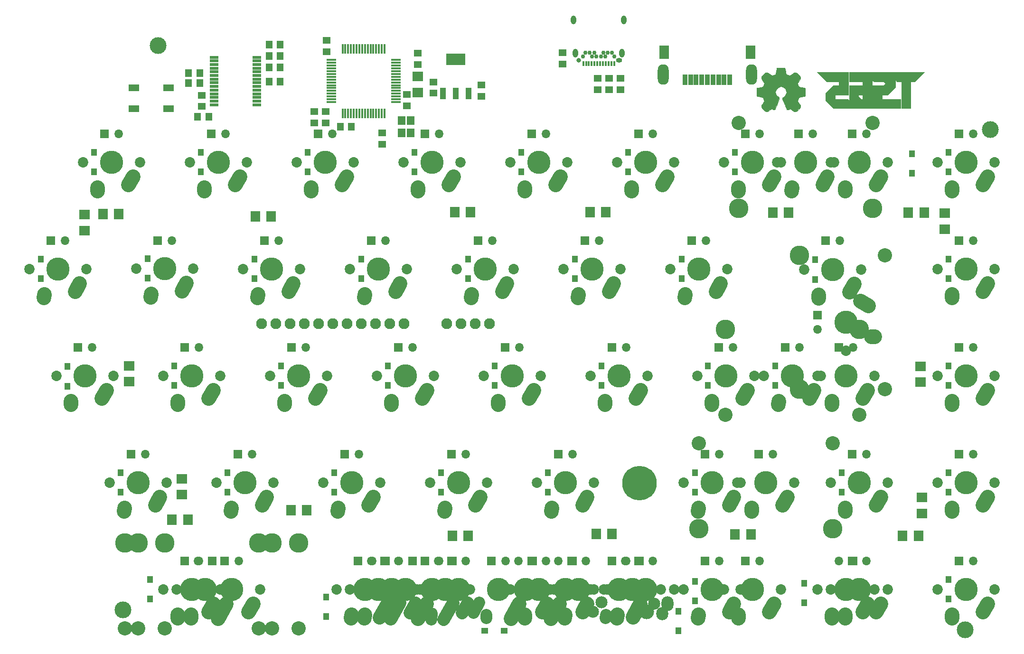
<source format=gbr>
G04 #@! TF.FileFunction,Soldermask,Bot*
%FSLAX46Y46*%
G04 Gerber Fmt 4.6, Leading zero omitted, Abs format (unit mm)*
G04 Created by KiCad (PCBNEW 4.0.1-stable) date 2/1/2016 10:06:34 PM*
%MOMM*%
G01*
G04 APERTURE LIST*
%ADD10C,0.150000*%
%ADD11C,0.002540*%
%ADD12C,0.010000*%
%ADD13C,4.140210*%
%ADD14C,1.854210*%
%ADD15C,2.652400*%
%ADD16C,2.152400*%
%ADD17C,2.540000*%
%ADD18C,3.479800*%
%ADD19O,1.552400X1.552400*%
%ADD20R,1.552400X1.552400*%
%ADD21C,2.252400*%
%ADD22C,2.352400*%
%ADD23O,2.152400X2.652400*%
%ADD24O,2.152400X2.352400*%
%ADD25R,1.152400X1.402400*%
%ADD26R,1.402400X1.152400*%
%ADD27R,1.003300X1.153160*%
%ADD28R,1.952400X1.252400*%
%ADD29R,1.582400X0.552400*%
%ADD30R,1.102400X2.052400*%
%ADD31R,3.402400X2.052400*%
%ADD32R,0.452400X1.652400*%
%ADD33R,1.652400X0.452400*%
%ADD34R,1.352400X1.552400*%
%ADD35R,1.153160X1.003300*%
%ADD36R,1.953260X1.750060*%
%ADD37C,1.952400*%
%ADD38R,1.750060X1.953260*%
%ADD39C,6.152400*%
%ADD40C,3.000000*%
%ADD41O,1.952400X3.652400*%
%ADD42R,0.852400X1.952400*%
%ADD43R,1.792400X2.352400*%
%ADD44O,0.952400X1.552400*%
%ADD45C,0.802400*%
%ADD46O,1.102400X0.802400*%
%ADD47C,0.752400*%
%ADD48R,0.452400X0.852400*%
%ADD49C,2.152400*%
%ADD50C,2.652400*%
%ADD51C,2.452400*%
G04 APERTURE END LIST*
D10*
D11*
G36*
X145669300Y-32492760D02*
X145669300Y-32629920D01*
X145669300Y-32741680D01*
X145671840Y-32830580D01*
X145671840Y-32901700D01*
X145674380Y-32955040D01*
X145676920Y-32993140D01*
X145679460Y-33021080D01*
X145684540Y-33036320D01*
X145689620Y-33041400D01*
X145707400Y-33049020D01*
X145750580Y-33059180D01*
X145814080Y-33074420D01*
X145895360Y-33089660D01*
X145991880Y-33109980D01*
X146101100Y-33130300D01*
X146215400Y-33153160D01*
X146342400Y-33176020D01*
X146456700Y-33198880D01*
X146555760Y-33219200D01*
X146637040Y-33236980D01*
X146698000Y-33249680D01*
X146733560Y-33259840D01*
X146743720Y-33264920D01*
X146753880Y-33282700D01*
X146774200Y-33320800D01*
X146799600Y-33379220D01*
X146830080Y-33447800D01*
X146863100Y-33524000D01*
X146896120Y-33607820D01*
X146929140Y-33689100D01*
X146959620Y-33765300D01*
X146985020Y-33833880D01*
X147005340Y-33889760D01*
X147018040Y-33927860D01*
X147020580Y-33943100D01*
X147012960Y-33955800D01*
X146990100Y-33991360D01*
X146954540Y-34044700D01*
X146908820Y-34110740D01*
X146855480Y-34189480D01*
X146797060Y-34275840D01*
X146758960Y-34329180D01*
X146502420Y-34705100D01*
X146502420Y-34872740D01*
X146502420Y-35040380D01*
X146893580Y-35431540D01*
X147284740Y-35822700D01*
X147449840Y-35822700D01*
X147612400Y-35822700D01*
X147983240Y-35568700D01*
X148351540Y-35314700D01*
X148470920Y-35378200D01*
X148587760Y-35444240D01*
X148760480Y-35439160D01*
X148933200Y-35434080D01*
X149311660Y-34524760D01*
X149690120Y-33615440D01*
X149690120Y-33470660D01*
X149690120Y-33407160D01*
X149687580Y-33353820D01*
X149685040Y-33318260D01*
X149682500Y-33305560D01*
X149667260Y-33287780D01*
X149634240Y-33259840D01*
X149588520Y-33224280D01*
X149545340Y-33193800D01*
X149428500Y-33107440D01*
X149331980Y-33026160D01*
X149253240Y-32944880D01*
X149187200Y-32858520D01*
X149128780Y-32759460D01*
X149090680Y-32685800D01*
X149032260Y-32553720D01*
X148999240Y-32434340D01*
X148991620Y-32325120D01*
X148996700Y-32256540D01*
X149042420Y-32091440D01*
X149113540Y-31936500D01*
X149204980Y-31791720D01*
X149321820Y-31659640D01*
X149456440Y-31545340D01*
X149606300Y-31451360D01*
X149626620Y-31441200D01*
X149733300Y-31392940D01*
X149837440Y-31359920D01*
X149936500Y-31339600D01*
X149994920Y-31334520D01*
X150101600Y-31347220D01*
X150220980Y-31380240D01*
X150345440Y-31433580D01*
X150467360Y-31504700D01*
X150581660Y-31588520D01*
X150685800Y-31682500D01*
X150751840Y-31753620D01*
X150812800Y-31842520D01*
X150873760Y-31949200D01*
X150924560Y-32063500D01*
X150965200Y-32172720D01*
X150975360Y-32208280D01*
X150988060Y-32281940D01*
X150993140Y-32350520D01*
X150988060Y-32416560D01*
X150967740Y-32492760D01*
X150937260Y-32586740D01*
X150929640Y-32607060D01*
X150855980Y-32762000D01*
X150759460Y-32904240D01*
X150637540Y-33036320D01*
X150492760Y-33155700D01*
X150393700Y-33224280D01*
X150353060Y-33252220D01*
X150320040Y-33275080D01*
X150304800Y-33287780D01*
X150302260Y-33308100D01*
X150297180Y-33351280D01*
X150297180Y-33407160D01*
X150294640Y-33460500D01*
X150294640Y-33615440D01*
X150662940Y-34499360D01*
X150723900Y-34651760D01*
X150782320Y-34794000D01*
X150838200Y-34928620D01*
X150889000Y-35050540D01*
X150934720Y-35157220D01*
X150972820Y-35248660D01*
X151003300Y-35324860D01*
X151026160Y-35378200D01*
X151041400Y-35408680D01*
X151043940Y-35413760D01*
X151051560Y-35426460D01*
X151066800Y-35434080D01*
X151092200Y-35439160D01*
X151132840Y-35441700D01*
X151193800Y-35441700D01*
X151224280Y-35441700D01*
X151391920Y-35441700D01*
X151511300Y-35378200D01*
X151630680Y-35314700D01*
X151861820Y-35474720D01*
X151945640Y-35530600D01*
X152032000Y-35591560D01*
X152115820Y-35647440D01*
X152186940Y-35695700D01*
X152232660Y-35728720D01*
X152372360Y-35822700D01*
X152537460Y-35822700D01*
X152700020Y-35822700D01*
X153093720Y-35431540D01*
X153484880Y-35040380D01*
X153484880Y-34875280D01*
X153484880Y-34804160D01*
X153482340Y-34755900D01*
X153477260Y-34720340D01*
X153469640Y-34694940D01*
X153454400Y-34669540D01*
X153436620Y-34644140D01*
X153416300Y-34613660D01*
X153383280Y-34562860D01*
X153337560Y-34496820D01*
X153286760Y-34420620D01*
X153228340Y-34336800D01*
X153177540Y-34260600D01*
X153119120Y-34176780D01*
X153068320Y-34100580D01*
X153025140Y-34034540D01*
X152992120Y-33981200D01*
X152969260Y-33945640D01*
X152961640Y-33930400D01*
X152966720Y-33912620D01*
X152981960Y-33871980D01*
X153002280Y-33813560D01*
X153032760Y-33739900D01*
X153065780Y-33656080D01*
X153091180Y-33590040D01*
X153134360Y-33480820D01*
X153169920Y-33397000D01*
X153197860Y-33333500D01*
X153220720Y-33290320D01*
X153235960Y-33264920D01*
X153248660Y-33254760D01*
X153271520Y-33249680D01*
X153314700Y-33239520D01*
X153380740Y-33226820D01*
X153464560Y-33209040D01*
X153563620Y-33191260D01*
X153672840Y-33168400D01*
X153779520Y-33150620D01*
X153893820Y-33127760D01*
X154003040Y-33107440D01*
X154097020Y-33087120D01*
X154178300Y-33071880D01*
X154241800Y-33056640D01*
X154282440Y-33046480D01*
X154297680Y-33041400D01*
X154302760Y-33033780D01*
X154305300Y-33016000D01*
X154307840Y-32985520D01*
X154310380Y-32942340D01*
X154312920Y-32883920D01*
X154315460Y-32805180D01*
X154315460Y-32708660D01*
X154315460Y-32589280D01*
X154318000Y-32441960D01*
X154318000Y-32330200D01*
X154318000Y-31634240D01*
X154284980Y-31616460D01*
X154264660Y-31608840D01*
X154218940Y-31596140D01*
X154152900Y-31583440D01*
X154069080Y-31565660D01*
X153970020Y-31545340D01*
X153858260Y-31525020D01*
X153741420Y-31502160D01*
X153738880Y-31502160D01*
X153622040Y-31479300D01*
X153512820Y-31458980D01*
X153413760Y-31438660D01*
X153332480Y-31420880D01*
X153268980Y-31408180D01*
X153225800Y-31395480D01*
X153205480Y-31390400D01*
X153205480Y-31390400D01*
X153195320Y-31372620D01*
X153177540Y-31334520D01*
X153152140Y-31278640D01*
X153119120Y-31210060D01*
X153086100Y-31133860D01*
X153053080Y-31055120D01*
X153017520Y-30978920D01*
X152987040Y-30907800D01*
X152961640Y-30844300D01*
X152943860Y-30798580D01*
X152933700Y-30770640D01*
X152933700Y-30768100D01*
X152941320Y-30752860D01*
X152964180Y-30717300D01*
X152997200Y-30663960D01*
X153042920Y-30595380D01*
X153096260Y-30516640D01*
X153157220Y-30427740D01*
X153208020Y-30351540D01*
X153484880Y-29950220D01*
X153484880Y-29787660D01*
X153484880Y-29625100D01*
X153093720Y-29231400D01*
X152702560Y-28840240D01*
X152534920Y-28840240D01*
X152367280Y-28840240D01*
X152011680Y-29084080D01*
X151920240Y-29145040D01*
X151833880Y-29206000D01*
X151755140Y-29259340D01*
X151689100Y-29305060D01*
X151638300Y-29340620D01*
X151605280Y-29363480D01*
X151600200Y-29366020D01*
X151541780Y-29406660D01*
X151275080Y-29297440D01*
X151170940Y-29256800D01*
X151092200Y-29223780D01*
X151031240Y-29198380D01*
X150988060Y-29178060D01*
X150960120Y-29162820D01*
X150942340Y-29150120D01*
X150929640Y-29139960D01*
X150924560Y-29127260D01*
X150924560Y-29124720D01*
X150919480Y-29104400D01*
X150909320Y-29058680D01*
X150896620Y-28995180D01*
X150881380Y-28911360D01*
X150861060Y-28812300D01*
X150840740Y-28703080D01*
X150820420Y-28583700D01*
X150817880Y-28571000D01*
X150795020Y-28454160D01*
X150772160Y-28342400D01*
X150754380Y-28243340D01*
X150736600Y-28159520D01*
X150721360Y-28093480D01*
X150711200Y-28047760D01*
X150703580Y-28027440D01*
X150703580Y-28027440D01*
X150695960Y-28022360D01*
X150678180Y-28019820D01*
X150652780Y-28014740D01*
X150612140Y-28012200D01*
X150556260Y-28012200D01*
X150482600Y-28009660D01*
X150391160Y-28009660D01*
X150276860Y-28007120D01*
X150137160Y-28007120D01*
X149994920Y-28007120D01*
X149857760Y-28007120D01*
X149728220Y-28009660D01*
X149611380Y-28009660D01*
X149507240Y-28012200D01*
X149418340Y-28012200D01*
X149352300Y-28014740D01*
X149306580Y-28017280D01*
X149283720Y-28019820D01*
X149283720Y-28019820D01*
X149276100Y-28037600D01*
X149265940Y-28078240D01*
X149250700Y-28146820D01*
X149230380Y-28233180D01*
X149210060Y-28342400D01*
X149184660Y-28469400D01*
X149166880Y-28565920D01*
X149144020Y-28685300D01*
X149123700Y-28799600D01*
X149103380Y-28901200D01*
X149088140Y-28987560D01*
X149072900Y-29056140D01*
X149062740Y-29104400D01*
X149057660Y-29129800D01*
X149057660Y-29129800D01*
X149044960Y-29145040D01*
X149014480Y-29162820D01*
X148968760Y-29185680D01*
X148900180Y-29216160D01*
X148811280Y-29256800D01*
X148745240Y-29282200D01*
X148648720Y-29322840D01*
X148575060Y-29350780D01*
X148521720Y-29373640D01*
X148481080Y-29386340D01*
X148455680Y-29391420D01*
X148435360Y-29393960D01*
X148422660Y-29388880D01*
X148409960Y-29383800D01*
X148407420Y-29381260D01*
X148387100Y-29368560D01*
X148346460Y-29340620D01*
X148290580Y-29299980D01*
X148216920Y-29251720D01*
X148135640Y-29195840D01*
X148044200Y-29134880D01*
X147993400Y-29099320D01*
X147617480Y-28840240D01*
X147449840Y-28840240D01*
X147284740Y-28840240D01*
X146893580Y-29231400D01*
X146502420Y-29622560D01*
X146502420Y-29790200D01*
X146502420Y-29957840D01*
X146779280Y-30359160D01*
X147056140Y-30760480D01*
X146924060Y-31072900D01*
X146883420Y-31161800D01*
X146847860Y-31243080D01*
X146814840Y-31309120D01*
X146789440Y-31359920D01*
X146771660Y-31390400D01*
X146766580Y-31395480D01*
X146746260Y-31400560D01*
X146703080Y-31410720D01*
X146639580Y-31425960D01*
X146555760Y-31441200D01*
X146456700Y-31461520D01*
X146347480Y-31481840D01*
X146230640Y-31504700D01*
X146217940Y-31507240D01*
X146080780Y-31532640D01*
X145961400Y-31555500D01*
X145862340Y-31575820D01*
X145781060Y-31593600D01*
X145722640Y-31608840D01*
X145689620Y-31619000D01*
X145682000Y-31624080D01*
X145679460Y-31639320D01*
X145676920Y-31682500D01*
X145674380Y-31748540D01*
X145671840Y-31834900D01*
X145671840Y-31936500D01*
X145669300Y-32050800D01*
X145669300Y-32177800D01*
X145669300Y-32314960D01*
X145669300Y-32332740D01*
X145669300Y-32492760D01*
X145669300Y-32492760D01*
X145669300Y-32492760D01*
G37*
X145669300Y-32492760D02*
X145669300Y-32629920D01*
X145669300Y-32741680D01*
X145671840Y-32830580D01*
X145671840Y-32901700D01*
X145674380Y-32955040D01*
X145676920Y-32993140D01*
X145679460Y-33021080D01*
X145684540Y-33036320D01*
X145689620Y-33041400D01*
X145707400Y-33049020D01*
X145750580Y-33059180D01*
X145814080Y-33074420D01*
X145895360Y-33089660D01*
X145991880Y-33109980D01*
X146101100Y-33130300D01*
X146215400Y-33153160D01*
X146342400Y-33176020D01*
X146456700Y-33198880D01*
X146555760Y-33219200D01*
X146637040Y-33236980D01*
X146698000Y-33249680D01*
X146733560Y-33259840D01*
X146743720Y-33264920D01*
X146753880Y-33282700D01*
X146774200Y-33320800D01*
X146799600Y-33379220D01*
X146830080Y-33447800D01*
X146863100Y-33524000D01*
X146896120Y-33607820D01*
X146929140Y-33689100D01*
X146959620Y-33765300D01*
X146985020Y-33833880D01*
X147005340Y-33889760D01*
X147018040Y-33927860D01*
X147020580Y-33943100D01*
X147012960Y-33955800D01*
X146990100Y-33991360D01*
X146954540Y-34044700D01*
X146908820Y-34110740D01*
X146855480Y-34189480D01*
X146797060Y-34275840D01*
X146758960Y-34329180D01*
X146502420Y-34705100D01*
X146502420Y-34872740D01*
X146502420Y-35040380D01*
X146893580Y-35431540D01*
X147284740Y-35822700D01*
X147449840Y-35822700D01*
X147612400Y-35822700D01*
X147983240Y-35568700D01*
X148351540Y-35314700D01*
X148470920Y-35378200D01*
X148587760Y-35444240D01*
X148760480Y-35439160D01*
X148933200Y-35434080D01*
X149311660Y-34524760D01*
X149690120Y-33615440D01*
X149690120Y-33470660D01*
X149690120Y-33407160D01*
X149687580Y-33353820D01*
X149685040Y-33318260D01*
X149682500Y-33305560D01*
X149667260Y-33287780D01*
X149634240Y-33259840D01*
X149588520Y-33224280D01*
X149545340Y-33193800D01*
X149428500Y-33107440D01*
X149331980Y-33026160D01*
X149253240Y-32944880D01*
X149187200Y-32858520D01*
X149128780Y-32759460D01*
X149090680Y-32685800D01*
X149032260Y-32553720D01*
X148999240Y-32434340D01*
X148991620Y-32325120D01*
X148996700Y-32256540D01*
X149042420Y-32091440D01*
X149113540Y-31936500D01*
X149204980Y-31791720D01*
X149321820Y-31659640D01*
X149456440Y-31545340D01*
X149606300Y-31451360D01*
X149626620Y-31441200D01*
X149733300Y-31392940D01*
X149837440Y-31359920D01*
X149936500Y-31339600D01*
X149994920Y-31334520D01*
X150101600Y-31347220D01*
X150220980Y-31380240D01*
X150345440Y-31433580D01*
X150467360Y-31504700D01*
X150581660Y-31588520D01*
X150685800Y-31682500D01*
X150751840Y-31753620D01*
X150812800Y-31842520D01*
X150873760Y-31949200D01*
X150924560Y-32063500D01*
X150965200Y-32172720D01*
X150975360Y-32208280D01*
X150988060Y-32281940D01*
X150993140Y-32350520D01*
X150988060Y-32416560D01*
X150967740Y-32492760D01*
X150937260Y-32586740D01*
X150929640Y-32607060D01*
X150855980Y-32762000D01*
X150759460Y-32904240D01*
X150637540Y-33036320D01*
X150492760Y-33155700D01*
X150393700Y-33224280D01*
X150353060Y-33252220D01*
X150320040Y-33275080D01*
X150304800Y-33287780D01*
X150302260Y-33308100D01*
X150297180Y-33351280D01*
X150297180Y-33407160D01*
X150294640Y-33460500D01*
X150294640Y-33615440D01*
X150662940Y-34499360D01*
X150723900Y-34651760D01*
X150782320Y-34794000D01*
X150838200Y-34928620D01*
X150889000Y-35050540D01*
X150934720Y-35157220D01*
X150972820Y-35248660D01*
X151003300Y-35324860D01*
X151026160Y-35378200D01*
X151041400Y-35408680D01*
X151043940Y-35413760D01*
X151051560Y-35426460D01*
X151066800Y-35434080D01*
X151092200Y-35439160D01*
X151132840Y-35441700D01*
X151193800Y-35441700D01*
X151224280Y-35441700D01*
X151391920Y-35441700D01*
X151511300Y-35378200D01*
X151630680Y-35314700D01*
X151861820Y-35474720D01*
X151945640Y-35530600D01*
X152032000Y-35591560D01*
X152115820Y-35647440D01*
X152186940Y-35695700D01*
X152232660Y-35728720D01*
X152372360Y-35822700D01*
X152537460Y-35822700D01*
X152700020Y-35822700D01*
X153093720Y-35431540D01*
X153484880Y-35040380D01*
X153484880Y-34875280D01*
X153484880Y-34804160D01*
X153482340Y-34755900D01*
X153477260Y-34720340D01*
X153469640Y-34694940D01*
X153454400Y-34669540D01*
X153436620Y-34644140D01*
X153416300Y-34613660D01*
X153383280Y-34562860D01*
X153337560Y-34496820D01*
X153286760Y-34420620D01*
X153228340Y-34336800D01*
X153177540Y-34260600D01*
X153119120Y-34176780D01*
X153068320Y-34100580D01*
X153025140Y-34034540D01*
X152992120Y-33981200D01*
X152969260Y-33945640D01*
X152961640Y-33930400D01*
X152966720Y-33912620D01*
X152981960Y-33871980D01*
X153002280Y-33813560D01*
X153032760Y-33739900D01*
X153065780Y-33656080D01*
X153091180Y-33590040D01*
X153134360Y-33480820D01*
X153169920Y-33397000D01*
X153197860Y-33333500D01*
X153220720Y-33290320D01*
X153235960Y-33264920D01*
X153248660Y-33254760D01*
X153271520Y-33249680D01*
X153314700Y-33239520D01*
X153380740Y-33226820D01*
X153464560Y-33209040D01*
X153563620Y-33191260D01*
X153672840Y-33168400D01*
X153779520Y-33150620D01*
X153893820Y-33127760D01*
X154003040Y-33107440D01*
X154097020Y-33087120D01*
X154178300Y-33071880D01*
X154241800Y-33056640D01*
X154282440Y-33046480D01*
X154297680Y-33041400D01*
X154302760Y-33033780D01*
X154305300Y-33016000D01*
X154307840Y-32985520D01*
X154310380Y-32942340D01*
X154312920Y-32883920D01*
X154315460Y-32805180D01*
X154315460Y-32708660D01*
X154315460Y-32589280D01*
X154318000Y-32441960D01*
X154318000Y-32330200D01*
X154318000Y-31634240D01*
X154284980Y-31616460D01*
X154264660Y-31608840D01*
X154218940Y-31596140D01*
X154152900Y-31583440D01*
X154069080Y-31565660D01*
X153970020Y-31545340D01*
X153858260Y-31525020D01*
X153741420Y-31502160D01*
X153738880Y-31502160D01*
X153622040Y-31479300D01*
X153512820Y-31458980D01*
X153413760Y-31438660D01*
X153332480Y-31420880D01*
X153268980Y-31408180D01*
X153225800Y-31395480D01*
X153205480Y-31390400D01*
X153205480Y-31390400D01*
X153195320Y-31372620D01*
X153177540Y-31334520D01*
X153152140Y-31278640D01*
X153119120Y-31210060D01*
X153086100Y-31133860D01*
X153053080Y-31055120D01*
X153017520Y-30978920D01*
X152987040Y-30907800D01*
X152961640Y-30844300D01*
X152943860Y-30798580D01*
X152933700Y-30770640D01*
X152933700Y-30768100D01*
X152941320Y-30752860D01*
X152964180Y-30717300D01*
X152997200Y-30663960D01*
X153042920Y-30595380D01*
X153096260Y-30516640D01*
X153157220Y-30427740D01*
X153208020Y-30351540D01*
X153484880Y-29950220D01*
X153484880Y-29787660D01*
X153484880Y-29625100D01*
X153093720Y-29231400D01*
X152702560Y-28840240D01*
X152534920Y-28840240D01*
X152367280Y-28840240D01*
X152011680Y-29084080D01*
X151920240Y-29145040D01*
X151833880Y-29206000D01*
X151755140Y-29259340D01*
X151689100Y-29305060D01*
X151638300Y-29340620D01*
X151605280Y-29363480D01*
X151600200Y-29366020D01*
X151541780Y-29406660D01*
X151275080Y-29297440D01*
X151170940Y-29256800D01*
X151092200Y-29223780D01*
X151031240Y-29198380D01*
X150988060Y-29178060D01*
X150960120Y-29162820D01*
X150942340Y-29150120D01*
X150929640Y-29139960D01*
X150924560Y-29127260D01*
X150924560Y-29124720D01*
X150919480Y-29104400D01*
X150909320Y-29058680D01*
X150896620Y-28995180D01*
X150881380Y-28911360D01*
X150861060Y-28812300D01*
X150840740Y-28703080D01*
X150820420Y-28583700D01*
X150817880Y-28571000D01*
X150795020Y-28454160D01*
X150772160Y-28342400D01*
X150754380Y-28243340D01*
X150736600Y-28159520D01*
X150721360Y-28093480D01*
X150711200Y-28047760D01*
X150703580Y-28027440D01*
X150703580Y-28027440D01*
X150695960Y-28022360D01*
X150678180Y-28019820D01*
X150652780Y-28014740D01*
X150612140Y-28012200D01*
X150556260Y-28012200D01*
X150482600Y-28009660D01*
X150391160Y-28009660D01*
X150276860Y-28007120D01*
X150137160Y-28007120D01*
X149994920Y-28007120D01*
X149857760Y-28007120D01*
X149728220Y-28009660D01*
X149611380Y-28009660D01*
X149507240Y-28012200D01*
X149418340Y-28012200D01*
X149352300Y-28014740D01*
X149306580Y-28017280D01*
X149283720Y-28019820D01*
X149283720Y-28019820D01*
X149276100Y-28037600D01*
X149265940Y-28078240D01*
X149250700Y-28146820D01*
X149230380Y-28233180D01*
X149210060Y-28342400D01*
X149184660Y-28469400D01*
X149166880Y-28565920D01*
X149144020Y-28685300D01*
X149123700Y-28799600D01*
X149103380Y-28901200D01*
X149088140Y-28987560D01*
X149072900Y-29056140D01*
X149062740Y-29104400D01*
X149057660Y-29129800D01*
X149057660Y-29129800D01*
X149044960Y-29145040D01*
X149014480Y-29162820D01*
X148968760Y-29185680D01*
X148900180Y-29216160D01*
X148811280Y-29256800D01*
X148745240Y-29282200D01*
X148648720Y-29322840D01*
X148575060Y-29350780D01*
X148521720Y-29373640D01*
X148481080Y-29386340D01*
X148455680Y-29391420D01*
X148435360Y-29393960D01*
X148422660Y-29388880D01*
X148409960Y-29383800D01*
X148407420Y-29381260D01*
X148387100Y-29368560D01*
X148346460Y-29340620D01*
X148290580Y-29299980D01*
X148216920Y-29251720D01*
X148135640Y-29195840D01*
X148044200Y-29134880D01*
X147993400Y-29099320D01*
X147617480Y-28840240D01*
X147449840Y-28840240D01*
X147284740Y-28840240D01*
X146893580Y-29231400D01*
X146502420Y-29622560D01*
X146502420Y-29790200D01*
X146502420Y-29957840D01*
X146779280Y-30359160D01*
X147056140Y-30760480D01*
X146924060Y-31072900D01*
X146883420Y-31161800D01*
X146847860Y-31243080D01*
X146814840Y-31309120D01*
X146789440Y-31359920D01*
X146771660Y-31390400D01*
X146766580Y-31395480D01*
X146746260Y-31400560D01*
X146703080Y-31410720D01*
X146639580Y-31425960D01*
X146555760Y-31441200D01*
X146456700Y-31461520D01*
X146347480Y-31481840D01*
X146230640Y-31504700D01*
X146217940Y-31507240D01*
X146080780Y-31532640D01*
X145961400Y-31555500D01*
X145862340Y-31575820D01*
X145781060Y-31593600D01*
X145722640Y-31608840D01*
X145689620Y-31619000D01*
X145682000Y-31624080D01*
X145679460Y-31639320D01*
X145676920Y-31682500D01*
X145674380Y-31748540D01*
X145671840Y-31834900D01*
X145671840Y-31936500D01*
X145669300Y-32050800D01*
X145669300Y-32177800D01*
X145669300Y-32314960D01*
X145669300Y-32332740D01*
X145669300Y-32492760D01*
X145669300Y-32492760D01*
D12*
G36*
X162169680Y-30435360D02*
X164567440Y-30435360D01*
X164567440Y-31166880D01*
X162169680Y-31166880D01*
X162169680Y-32497840D01*
X162169622Y-32660521D01*
X162169453Y-32817499D01*
X162169178Y-32967585D01*
X162168806Y-33109589D01*
X162168343Y-33242325D01*
X162167796Y-33364602D01*
X162167172Y-33475233D01*
X162166478Y-33573030D01*
X162165721Y-33656804D01*
X162164908Y-33725366D01*
X162164045Y-33777528D01*
X162163140Y-33812102D01*
X162162200Y-33827899D01*
X162161914Y-33828800D01*
X162152603Y-33821938D01*
X162131432Y-33802868D01*
X162100798Y-33773856D01*
X162063100Y-33737174D01*
X162022361Y-33696720D01*
X161890574Y-33564640D01*
X159639840Y-33564640D01*
X159639840Y-32843280D01*
X162037600Y-32843280D01*
X162037600Y-28769120D01*
X156434407Y-28769120D01*
X157267481Y-29602240D01*
X158100554Y-30435360D01*
X160361200Y-30435360D01*
X160361200Y-31166880D01*
X159835392Y-31166879D01*
X159309583Y-31166879D01*
X158636512Y-31840008D01*
X157963440Y-32513136D01*
X157963441Y-33204017D01*
X157963441Y-33894897D01*
X158636569Y-34567968D01*
X159309697Y-35241040D01*
X166233839Y-35241040D01*
X166231367Y-32843280D01*
X164567440Y-32843280D01*
X164567440Y-33564640D01*
X164287871Y-33564640D01*
X164061896Y-33338497D01*
X163835920Y-33112354D01*
X163835920Y-32843280D01*
X164567440Y-32843280D01*
X166231367Y-32843280D01*
X166231220Y-32701204D01*
X166228600Y-30161369D01*
X166335280Y-30267252D01*
X166378935Y-30309981D01*
X166412673Y-30340978D01*
X166440567Y-30363248D01*
X166466691Y-30379795D01*
X166495116Y-30393626D01*
X166520965Y-30404247D01*
X166599969Y-30435359D01*
X167450711Y-30435359D01*
X168301452Y-30435360D01*
X168484121Y-30618240D01*
X168666789Y-30801119D01*
X168484120Y-30983999D01*
X168301452Y-31166880D01*
X166365760Y-31166880D01*
X166365760Y-35241040D01*
X171334000Y-35241040D01*
X171334000Y-33564640D01*
X168032000Y-33564640D01*
X168032000Y-32843280D01*
X168562889Y-32843280D01*
X169093778Y-32843279D01*
X169766998Y-32170002D01*
X170440219Y-31496724D01*
X170437530Y-30846662D01*
X170436924Y-30733099D01*
X170436085Y-30625215D01*
X170435044Y-30524783D01*
X170433831Y-30433575D01*
X170432478Y-30353363D01*
X170431016Y-30285919D01*
X170429475Y-30233015D01*
X170427885Y-30196423D01*
X170426279Y-30177916D01*
X170425860Y-30176280D01*
X170429837Y-30176740D01*
X170446152Y-30189833D01*
X170472828Y-30213772D01*
X170507884Y-30246772D01*
X170549343Y-30287045D01*
X170558071Y-30295660D01*
X170699264Y-30435360D01*
X171466080Y-30435360D01*
X171466080Y-35241040D01*
X173132320Y-35241040D01*
X173132320Y-30435360D01*
X173899447Y-30435360D01*
X174732521Y-29602240D01*
X175565594Y-28769120D01*
X162169680Y-28769120D01*
X162169680Y-30435360D01*
X162169680Y-30435360D01*
G37*
X162169680Y-30435360D02*
X164567440Y-30435360D01*
X164567440Y-31166880D01*
X162169680Y-31166880D01*
X162169680Y-32497840D01*
X162169622Y-32660521D01*
X162169453Y-32817499D01*
X162169178Y-32967585D01*
X162168806Y-33109589D01*
X162168343Y-33242325D01*
X162167796Y-33364602D01*
X162167172Y-33475233D01*
X162166478Y-33573030D01*
X162165721Y-33656804D01*
X162164908Y-33725366D01*
X162164045Y-33777528D01*
X162163140Y-33812102D01*
X162162200Y-33827899D01*
X162161914Y-33828800D01*
X162152603Y-33821938D01*
X162131432Y-33802868D01*
X162100798Y-33773856D01*
X162063100Y-33737174D01*
X162022361Y-33696720D01*
X161890574Y-33564640D01*
X159639840Y-33564640D01*
X159639840Y-32843280D01*
X162037600Y-32843280D01*
X162037600Y-28769120D01*
X156434407Y-28769120D01*
X157267481Y-29602240D01*
X158100554Y-30435360D01*
X160361200Y-30435360D01*
X160361200Y-31166880D01*
X159835392Y-31166879D01*
X159309583Y-31166879D01*
X158636512Y-31840008D01*
X157963440Y-32513136D01*
X157963441Y-33204017D01*
X157963441Y-33894897D01*
X158636569Y-34567968D01*
X159309697Y-35241040D01*
X166233839Y-35241040D01*
X166231367Y-32843280D01*
X164567440Y-32843280D01*
X164567440Y-33564640D01*
X164287871Y-33564640D01*
X164061896Y-33338497D01*
X163835920Y-33112354D01*
X163835920Y-32843280D01*
X164567440Y-32843280D01*
X166231367Y-32843280D01*
X166231220Y-32701204D01*
X166228600Y-30161369D01*
X166335280Y-30267252D01*
X166378935Y-30309981D01*
X166412673Y-30340978D01*
X166440567Y-30363248D01*
X166466691Y-30379795D01*
X166495116Y-30393626D01*
X166520965Y-30404247D01*
X166599969Y-30435359D01*
X167450711Y-30435359D01*
X168301452Y-30435360D01*
X168484121Y-30618240D01*
X168666789Y-30801119D01*
X168484120Y-30983999D01*
X168301452Y-31166880D01*
X166365760Y-31166880D01*
X166365760Y-35241040D01*
X171334000Y-35241040D01*
X171334000Y-33564640D01*
X168032000Y-33564640D01*
X168032000Y-32843280D01*
X168562889Y-32843280D01*
X169093778Y-32843279D01*
X169766998Y-32170002D01*
X170440219Y-31496724D01*
X170437530Y-30846662D01*
X170436924Y-30733099D01*
X170436085Y-30625215D01*
X170435044Y-30524783D01*
X170433831Y-30433575D01*
X170432478Y-30353363D01*
X170431016Y-30285919D01*
X170429475Y-30233015D01*
X170427885Y-30196423D01*
X170426279Y-30177916D01*
X170425860Y-30176280D01*
X170429837Y-30176740D01*
X170446152Y-30189833D01*
X170472828Y-30213772D01*
X170507884Y-30246772D01*
X170549343Y-30287045D01*
X170558071Y-30295660D01*
X170699264Y-30435360D01*
X171466080Y-30435360D01*
X171466080Y-35241040D01*
X173132320Y-35241040D01*
X173132320Y-30435360D01*
X173899447Y-30435360D01*
X174732521Y-29602240D01*
X175565594Y-28769120D01*
X162169680Y-28769120D01*
X162169680Y-30435360D01*
D13*
X104426000Y-121031000D03*
D14*
X109506000Y-121031000D03*
D15*
X107425547Y-125030954D02*
X108236453Y-123571046D01*
D13*
X99663000Y-121031000D03*
D14*
X94583000Y-121031000D03*
D15*
X101827641Y-126211294D02*
X103284359Y-123588706D01*
D16*
X97423276Y-126110328D02*
X97462724Y-125531672D01*
D13*
X111570000Y-121031000D03*
D14*
X116650000Y-121031000D03*
D15*
X114569547Y-125030954D02*
X115380453Y-123571046D01*
D13*
X44895000Y-121031000D03*
D14*
X49975000Y-121031000D03*
X39815000Y-121031000D03*
D15*
X47894547Y-125030954D02*
X48705453Y-123571046D01*
X42355276Y-126110328D02*
X42394724Y-125531672D01*
D17*
X56833000Y-128016000D03*
X32957000Y-128016000D03*
D18*
X56833000Y-112776000D03*
X32957000Y-112776000D03*
D17*
X63976000Y-128016000D03*
X40100000Y-128016000D03*
D18*
X63976000Y-112776000D03*
X40100000Y-112776000D03*
D19*
X77121000Y-115951000D03*
D20*
X74581000Y-115951000D03*
D19*
X76962000Y-115951000D03*
D20*
X79502000Y-115951000D03*
D19*
X81725000Y-115951000D03*
D20*
X84265000Y-115951000D03*
D19*
X46165000Y-115951000D03*
D20*
X43625000Y-115951000D03*
D13*
X87757000Y-121031000D03*
D21*
X89836526Y-126386134D02*
X91487474Y-123413866D01*
D13*
X78232000Y-121031000D03*
D14*
X73152000Y-121031000D03*
D22*
X80435805Y-126342424D02*
X82038195Y-123457576D01*
D15*
X75692276Y-126110328D02*
X75731724Y-125531672D01*
D13*
X92519000Y-121031000D03*
D16*
X95097154Y-125249503D02*
X96150846Y-123352497D01*
D19*
X100933000Y-115951000D03*
D20*
X98393000Y-115951000D03*
D19*
X122364000Y-115951000D03*
D20*
X119824000Y-115951000D03*
D19*
X122206000Y-115951000D03*
D20*
X124746000Y-115951000D03*
D13*
X125857000Y-121031000D03*
D14*
X130937000Y-121031000D03*
D23*
X129775000Y-123571000D03*
D24*
X128800000Y-125400000D03*
D13*
X121094000Y-121031000D03*
D14*
X116014000Y-121031000D03*
D15*
X123550760Y-125967052D02*
X124847240Y-123632948D01*
D16*
X118680276Y-126110328D02*
X118719724Y-125531672D01*
D19*
X139033000Y-115951000D03*
D20*
X136493000Y-115951000D03*
D13*
X137763000Y-121031000D03*
D14*
X142843000Y-121031000D03*
X132683000Y-121031000D03*
D15*
X140762547Y-125030954D02*
X141573453Y-123571046D01*
X135223276Y-126110328D02*
X135262724Y-125531672D01*
D19*
X160306000Y-115951000D03*
D20*
X162846000Y-115951000D03*
D13*
X161576000Y-121031000D03*
D14*
X166656000Y-121031000D03*
X156496000Y-121031000D03*
D15*
X164575547Y-125030954D02*
X165386453Y-123571046D01*
X159036276Y-126110328D02*
X159075724Y-125531672D01*
D13*
X52038000Y-121031000D03*
D14*
X57118000Y-121031000D03*
D15*
X55037547Y-125030954D02*
X55848453Y-123571046D01*
D13*
X106807000Y-121031000D03*
D14*
X101727000Y-121031000D03*
D15*
X108971641Y-126211294D02*
X110428359Y-123588706D01*
X104267276Y-126110328D02*
X104306724Y-125531672D01*
D25*
X47974000Y-36703000D03*
X45974000Y-36703000D03*
D26*
X96570800Y-33054800D03*
X96570800Y-31054800D03*
D25*
X60690000Y-23876000D03*
X58690000Y-23876000D03*
D26*
X85217000Y-27416000D03*
X85217000Y-25416000D03*
D27*
X103696000Y-43078400D03*
X103696000Y-46578520D03*
D13*
X106807000Y-44831000D03*
D14*
X111887000Y-44831000D03*
X101727000Y-44831000D03*
D15*
X109806547Y-48830954D02*
X110617453Y-47371046D01*
X104267276Y-49910328D02*
X104306724Y-49331672D01*
D13*
X78232000Y-63881000D03*
D14*
X83312000Y-63881000D03*
X73152000Y-63881000D03*
D15*
X81231547Y-67880954D02*
X82042453Y-66421046D01*
X75692276Y-68960328D02*
X75731724Y-68381672D01*
D28*
X34619000Y-35301800D03*
X34619000Y-31601800D03*
X40819000Y-35301800D03*
X40819000Y-31601800D03*
D13*
X90138000Y-121031000D03*
D14*
X85058000Y-121031000D03*
D21*
X93140432Y-125205793D02*
X94145568Y-123396207D01*
D16*
X87581272Y-126359750D02*
X87654728Y-125282250D01*
D17*
X59214000Y-128016000D03*
X35338000Y-128016000D03*
D18*
X59214000Y-112776000D03*
X35338000Y-112776000D03*
D13*
X21082000Y-63881000D03*
D14*
X26162000Y-63881000D03*
X16002000Y-63881000D03*
D15*
X24081547Y-67880954D02*
X24892453Y-66421046D01*
X18542276Y-68960328D02*
X18581724Y-68381672D01*
D13*
X87757000Y-44831000D03*
D14*
X92837000Y-44831000D03*
X82677000Y-44831000D03*
D15*
X90756547Y-48830954D02*
X91567453Y-47371046D01*
X85217276Y-49910328D02*
X85256724Y-49331672D01*
D29*
X56500000Y-26128000D03*
X56500000Y-26778000D03*
X56500000Y-27428000D03*
X56500000Y-28078000D03*
X56500000Y-28728000D03*
X56500000Y-29378000D03*
X56500000Y-30028000D03*
X56500000Y-30678000D03*
X56500000Y-31328000D03*
X56500000Y-31978000D03*
X56500000Y-32628000D03*
X56500000Y-33278000D03*
X56500000Y-33928000D03*
X56500000Y-34578000D03*
X48910000Y-34578000D03*
X48910000Y-33928000D03*
X48910000Y-33278000D03*
X48910000Y-32628000D03*
X48910000Y-31978000D03*
X48910000Y-31328000D03*
X48910000Y-30678000D03*
X48910000Y-30028000D03*
X48910000Y-29378000D03*
X48910000Y-28728000D03*
X48910000Y-28078000D03*
X48910000Y-27428000D03*
X48910000Y-26778000D03*
X48910000Y-26128000D03*
D30*
X91998800Y-32564800D03*
X89698800Y-32564800D03*
X94298800Y-32564800D03*
D31*
X91998800Y-26464800D03*
D13*
X125857000Y-44831000D03*
D14*
X130937000Y-44831000D03*
X120777000Y-44831000D03*
D15*
X128856547Y-48830954D02*
X129667453Y-47371046D01*
X123317276Y-49910328D02*
X123356724Y-49331672D01*
D19*
X184277000Y-58801000D03*
D20*
X181737000Y-58801000D03*
D13*
X163957000Y-101981000D03*
D14*
X169037000Y-101981000D03*
X158877000Y-101981000D03*
D15*
X166956547Y-105980954D02*
X167767453Y-104521046D01*
X161417276Y-107060328D02*
X161456724Y-106481672D01*
D13*
X137763000Y-101981000D03*
D14*
X142843000Y-101981000D03*
X132683000Y-101981000D03*
D15*
X140762547Y-105980954D02*
X141573453Y-104521046D01*
X135223276Y-107060328D02*
X135262724Y-106481672D01*
D13*
X111570000Y-101981000D03*
D14*
X116650000Y-101981000D03*
X106490000Y-101981000D03*
D15*
X114569547Y-105980954D02*
X115380453Y-104521046D01*
X109030276Y-107060328D02*
X109069724Y-106481672D01*
D13*
X54420000Y-101981000D03*
D14*
X59500000Y-101981000D03*
X49340000Y-101981000D03*
D15*
X57419547Y-105980954D02*
X58230453Y-104521046D01*
X51880276Y-107060328D02*
X51919724Y-106481672D01*
D13*
X35370000Y-101981000D03*
D14*
X40450000Y-101981000D03*
X30290000Y-101981000D03*
D15*
X38369547Y-105980954D02*
X39180453Y-104521046D01*
X32830276Y-107060328D02*
X32869724Y-106481672D01*
D13*
X73469000Y-101981000D03*
D14*
X78549000Y-101981000D03*
X68389000Y-101981000D03*
D15*
X76468547Y-105980954D02*
X77279453Y-104521046D01*
X70929276Y-107060328D02*
X70968724Y-106481672D01*
D13*
X92519000Y-101981000D03*
D14*
X97599000Y-101981000D03*
X87439000Y-101981000D03*
D15*
X95518547Y-105980954D02*
X96329453Y-104521046D01*
X89979276Y-107060328D02*
X90018724Y-106481672D01*
D13*
X44895000Y-82931000D03*
D14*
X49975000Y-82931000D03*
X39815000Y-82931000D03*
D15*
X47894547Y-86930954D02*
X48705453Y-85471046D01*
X42355276Y-88010328D02*
X42394724Y-87431672D01*
D13*
X63945000Y-82931000D03*
D14*
X69025000Y-82931000D03*
X58865000Y-82931000D03*
D15*
X66944547Y-86930954D02*
X67755453Y-85471046D01*
X61405276Y-88010328D02*
X61444724Y-87431672D01*
D13*
X82995000Y-82931000D03*
D14*
X88075000Y-82931000D03*
X77915000Y-82931000D03*
D15*
X85994547Y-86930954D02*
X86805453Y-85471046D01*
X80455276Y-88010328D02*
X80494724Y-87431672D01*
D13*
X121094000Y-82931000D03*
D14*
X126174000Y-82931000D03*
X116014000Y-82931000D03*
D15*
X124093547Y-86930954D02*
X124904453Y-85471046D01*
X118554276Y-88010328D02*
X118593724Y-87431672D01*
D13*
X59182000Y-63881000D03*
D14*
X64262000Y-63881000D03*
X54102000Y-63881000D03*
D15*
X62181547Y-67880954D02*
X62992453Y-66421046D01*
X56642276Y-68960328D02*
X56681724Y-68381672D01*
D13*
X97282000Y-63881000D03*
D14*
X102362000Y-63881000D03*
X92202000Y-63881000D03*
D15*
X100281547Y-67880954D02*
X101092453Y-66421046D01*
X94742276Y-68960328D02*
X94781724Y-68381672D01*
D13*
X144907000Y-44831000D03*
D14*
X149987000Y-44831000D03*
X139827000Y-44831000D03*
D15*
X147906547Y-48830954D02*
X148717453Y-47371046D01*
X142367276Y-49910328D02*
X142406724Y-49331672D01*
D13*
X116332000Y-63881000D03*
D14*
X121412000Y-63881000D03*
X111252000Y-63881000D03*
D15*
X119331547Y-67880954D02*
X120142453Y-66421046D01*
X113792276Y-68960328D02*
X113831724Y-68381672D01*
D13*
X30607000Y-44831000D03*
D14*
X35687000Y-44831000D03*
X25527000Y-44831000D03*
D15*
X33606547Y-48830954D02*
X34417453Y-47371046D01*
X28067276Y-49910328D02*
X28106724Y-49331672D01*
D13*
X49657000Y-44831000D03*
D14*
X54737000Y-44831000D03*
X44577000Y-44831000D03*
D15*
X52656547Y-48830954D02*
X53467453Y-47371046D01*
X47117276Y-49910328D02*
X47156724Y-49331672D01*
D13*
X68707000Y-44831000D03*
D14*
X73787000Y-44831000D03*
X63627000Y-44831000D03*
D15*
X71706547Y-48830954D02*
X72517453Y-47371046D01*
X66167276Y-49910328D02*
X66206724Y-49331672D01*
D32*
X71815000Y-24603000D03*
X72315000Y-24603000D03*
X72815000Y-24603000D03*
X73315000Y-24603000D03*
X73815000Y-24603000D03*
X74315000Y-24603000D03*
X74815000Y-24603000D03*
X75315000Y-24603000D03*
X75815000Y-24603000D03*
X76315000Y-24603000D03*
X76815000Y-24603000D03*
X77315000Y-24603000D03*
X77815000Y-24603000D03*
X78315000Y-24603000D03*
X78815000Y-24603000D03*
X79315000Y-24603000D03*
D33*
X81315000Y-26603000D03*
X81315000Y-27103000D03*
X81315000Y-27603000D03*
X81315000Y-28103000D03*
X81315000Y-28603000D03*
X81315000Y-29103000D03*
X81315000Y-29603000D03*
X81315000Y-30103000D03*
X81315000Y-30603000D03*
X81315000Y-31103000D03*
X81315000Y-31603000D03*
X81315000Y-32103000D03*
X81315000Y-32603000D03*
X81315000Y-33103000D03*
X81315000Y-33603000D03*
X81315000Y-34103000D03*
D32*
X79315000Y-36103000D03*
X78815000Y-36103000D03*
X78315000Y-36103000D03*
X77815000Y-36103000D03*
X77315000Y-36103000D03*
X76815000Y-36103000D03*
X76315000Y-36103000D03*
X75815000Y-36103000D03*
X75315000Y-36103000D03*
X74815000Y-36103000D03*
X74315000Y-36103000D03*
X73815000Y-36103000D03*
X73315000Y-36103000D03*
X72815000Y-36103000D03*
X72315000Y-36103000D03*
X71815000Y-36103000D03*
D33*
X69815000Y-34103000D03*
X69815000Y-33603000D03*
X69815000Y-33103000D03*
X69815000Y-32603000D03*
X69815000Y-32103000D03*
X69815000Y-31603000D03*
X69815000Y-31103000D03*
X69815000Y-30603000D03*
X69815000Y-30103000D03*
X69815000Y-29603000D03*
X69815000Y-29103000D03*
X69815000Y-28603000D03*
X69815000Y-28103000D03*
X69815000Y-27603000D03*
X69815000Y-27103000D03*
X69815000Y-26603000D03*
D34*
X82385000Y-39581000D03*
X83985000Y-39581000D03*
X83985000Y-37381000D03*
X82385000Y-37381000D03*
D19*
X122364000Y-77851000D03*
D20*
X119824000Y-77851000D03*
D19*
X65215000Y-77851000D03*
D20*
X62675000Y-77851000D03*
D19*
X136652000Y-58801000D03*
D20*
X134112000Y-58801000D03*
D19*
X79502000Y-58801000D03*
D20*
X76962000Y-58801000D03*
D19*
X146177000Y-39751000D03*
D20*
X143637000Y-39751000D03*
D19*
X89027000Y-39751000D03*
D20*
X86487000Y-39751000D03*
D19*
X165227000Y-115951000D03*
D20*
X162687000Y-115951000D03*
D19*
X74739000Y-96901000D03*
D20*
X72199000Y-96901000D03*
D19*
X139033000Y-96901000D03*
D20*
X136493000Y-96901000D03*
D19*
X146177000Y-115951000D03*
D20*
X143637000Y-115951000D03*
D19*
X115221000Y-115951000D03*
D20*
X112681000Y-115951000D03*
D19*
X127127000Y-39751000D03*
D20*
X124587000Y-39751000D03*
D19*
X184277000Y-115951000D03*
D20*
X181737000Y-115951000D03*
D19*
X117602000Y-58801000D03*
D20*
X115062000Y-58801000D03*
D19*
X103315000Y-77851000D03*
D20*
X100775000Y-77851000D03*
D19*
X55690000Y-96901000D03*
D20*
X53150000Y-96901000D03*
D19*
X184277000Y-77851000D03*
D20*
X181737000Y-77851000D03*
D19*
X112840000Y-96901000D03*
D20*
X110300000Y-96901000D03*
D19*
X50927000Y-39751000D03*
D20*
X48387000Y-39751000D03*
D19*
X184277000Y-96901000D03*
D20*
X181737000Y-96901000D03*
D19*
X127127000Y-115951000D03*
D20*
X124587000Y-115951000D03*
D19*
X41402000Y-58801000D03*
D20*
X38862000Y-58801000D03*
D19*
X184277000Y-39751000D03*
D20*
X181737000Y-39751000D03*
D19*
X27114000Y-77851000D03*
D20*
X24574000Y-77851000D03*
D19*
X165227000Y-39751000D03*
D20*
X162687000Y-39751000D03*
D19*
X36640000Y-96901000D03*
D20*
X34100000Y-96901000D03*
D19*
X160464000Y-58801000D03*
D20*
X157924000Y-58801000D03*
D19*
X93789000Y-96901000D03*
D20*
X91249000Y-96901000D03*
D19*
X165227000Y-96901000D03*
D20*
X162687000Y-96901000D03*
D27*
X22733000Y-81305400D03*
X22733000Y-84805520D03*
X41784000Y-81178400D03*
X41784000Y-84678520D03*
X60834500Y-81178400D03*
X60834500Y-84678520D03*
X79884000Y-81178400D03*
X79884000Y-84678520D03*
X98950000Y-81178400D03*
X98950000Y-84678520D03*
X118000000Y-81178400D03*
X118000000Y-84678520D03*
X18000000Y-62128400D03*
X18000000Y-65628520D03*
X37021000Y-62058400D03*
X37021000Y-65558520D03*
X56071000Y-62128400D03*
X56071000Y-65628520D03*
X94171000Y-62128400D03*
X94171000Y-65628520D03*
X113221000Y-62128400D03*
X113221000Y-65628520D03*
X27495500Y-43078400D03*
X27495500Y-46578520D03*
X46545500Y-43078400D03*
X46545500Y-46578520D03*
X122746000Y-43078400D03*
X122746000Y-46578520D03*
X84645500Y-43078400D03*
X84645500Y-46578520D03*
X65595500Y-43078400D03*
X65595500Y-46578520D03*
X75121000Y-62128400D03*
X75121000Y-65628520D03*
X37439600Y-119253000D03*
X37439600Y-122753120D03*
X68884800Y-122377200D03*
X68884800Y-125877320D03*
X131686300Y-124942600D03*
X131686300Y-128442720D03*
D35*
X97180400Y-128397000D03*
X100680520Y-128397000D03*
D27*
X134670800Y-119608600D03*
X134670800Y-123108720D03*
X32260000Y-100228400D03*
X32260000Y-103728520D03*
X51310000Y-100228400D03*
X51310000Y-103728520D03*
X70358000Y-100228400D03*
X70358000Y-103728520D03*
X89408000Y-100228400D03*
X89408000Y-103728520D03*
X108460000Y-100228400D03*
X108460000Y-103728520D03*
X134652000Y-100228400D03*
X134652000Y-103728520D03*
D13*
X102045000Y-82931000D03*
D14*
X107125000Y-82931000D03*
X96965000Y-82931000D03*
D15*
X105044547Y-86930954D02*
X105855453Y-85471046D01*
X99505276Y-88010328D02*
X99544724Y-87431672D01*
D13*
X40132000Y-63811000D03*
D14*
X45212000Y-63811000D03*
X35052000Y-63811000D03*
D15*
X43131547Y-67810954D02*
X43942453Y-66351046D01*
X37592276Y-68890328D02*
X37631724Y-68311672D01*
D27*
X160846000Y-100228400D03*
X160846000Y-103728520D03*
D19*
X84265000Y-77851000D03*
D20*
X81725000Y-77851000D03*
D36*
X85217000Y-32407860D03*
X85217000Y-29568140D03*
D37*
X57404000Y-73660000D03*
X59944000Y-73660000D03*
X62484000Y-73660000D03*
X65024000Y-73660000D03*
X67564000Y-73660000D03*
X70104000Y-73660000D03*
X72644000Y-73660000D03*
X75184000Y-73660000D03*
X77724000Y-73660000D03*
X80264000Y-73660000D03*
X82804000Y-73660000D03*
X90424000Y-73660000D03*
X92964000Y-73660000D03*
X95504000Y-73660000D03*
X98044000Y-73660000D03*
D26*
X83312000Y-32782000D03*
X83312000Y-34782000D03*
X88036400Y-32521400D03*
X88036400Y-30521400D03*
X68986400Y-23130000D03*
X68986400Y-25130000D03*
D25*
X60690000Y-25908000D03*
X58690000Y-25908000D03*
X58690000Y-30480000D03*
X60690000Y-30480000D03*
X60690000Y-27940000D03*
X58690000Y-27940000D03*
D26*
X119354600Y-29899100D03*
X119354600Y-31899100D03*
X121424700Y-29899100D03*
X121424700Y-31899100D03*
X78867000Y-39640000D03*
X78867000Y-41640000D03*
D25*
X71390000Y-38481000D03*
X73390000Y-38481000D03*
D26*
X66802000Y-35830000D03*
X66802000Y-37830000D03*
X68834000Y-35830000D03*
X68834000Y-37830000D03*
D25*
X44355000Y-28956000D03*
X46355000Y-28956000D03*
X44339000Y-30734000D03*
X46339000Y-30734000D03*
D26*
X46736000Y-34909000D03*
X46736000Y-32909000D03*
D27*
X132271000Y-62128400D03*
X132271000Y-65628520D03*
X179896000Y-100228400D03*
X179896000Y-103728520D03*
X179896000Y-43078400D03*
X179896000Y-46578520D03*
X173329600Y-43294300D03*
X173329600Y-46794420D03*
X179896000Y-62128400D03*
X179896000Y-65628520D03*
X156073000Y-62255400D03*
X156073000Y-65755520D03*
X179896000Y-81178400D03*
X179896000Y-84678520D03*
X148950000Y-81178400D03*
X148950000Y-84678520D03*
D13*
X135382000Y-63881000D03*
D14*
X140462000Y-63881000D03*
X130302000Y-63881000D03*
D15*
X138381547Y-67880954D02*
X139192453Y-66421046D01*
X132842276Y-68960328D02*
X132881724Y-68381672D01*
D13*
X183007000Y-101981000D03*
D14*
X188087000Y-101981000D03*
X177927000Y-101981000D03*
D15*
X186006547Y-105980954D02*
X186817453Y-104521046D01*
X180467276Y-107060328D02*
X180506724Y-106481672D01*
D13*
X183007000Y-44831000D03*
D14*
X188087000Y-44831000D03*
X177927000Y-44831000D03*
D15*
X186006547Y-48830954D02*
X186817453Y-47371046D01*
X180467276Y-49910328D02*
X180506724Y-49331672D01*
D13*
X163957000Y-44831000D03*
D14*
X169037000Y-44831000D03*
X158877000Y-44831000D03*
D15*
X166956547Y-48830954D02*
X167767453Y-47371046D01*
X161417276Y-49910328D02*
X161456724Y-49331672D01*
D13*
X183007000Y-63881000D03*
D14*
X188087000Y-63881000D03*
X177927000Y-63881000D03*
D15*
X186006547Y-67880954D02*
X186817453Y-66421046D01*
X180467276Y-68960328D02*
X180506724Y-68381672D01*
D13*
X159194000Y-64008000D03*
D14*
X164274000Y-64008000D03*
X154114000Y-64008000D03*
D15*
X162193547Y-68007954D02*
X163004453Y-66548046D01*
X156654276Y-69087328D02*
X156693724Y-68508672D01*
D13*
X183007000Y-82931000D03*
D14*
X188087000Y-82931000D03*
X177927000Y-82931000D03*
D15*
X186006547Y-86930954D02*
X186817453Y-85471046D01*
X180467276Y-88010328D02*
X180506724Y-87431672D01*
D13*
X152051000Y-82931000D03*
D14*
X157131000Y-82931000D03*
X146971000Y-82931000D03*
D15*
X155050547Y-86930954D02*
X155861453Y-85471046D01*
X149511276Y-88010328D02*
X149550724Y-87431672D01*
D13*
X25844000Y-82931000D03*
D14*
X30924000Y-82931000D03*
X20764000Y-82931000D03*
D15*
X28843547Y-86930954D02*
X29654453Y-85471046D01*
X23304276Y-88010328D02*
X23343724Y-87431672D01*
D27*
X141800000Y-43078400D03*
X141800000Y-46578520D03*
X179896000Y-119278400D03*
X179896000Y-122778520D03*
X154190700Y-119926100D03*
X154190700Y-123426220D03*
D13*
X183007000Y-121031000D03*
D14*
X188087000Y-121031000D03*
X177927000Y-121031000D03*
D15*
X186006547Y-125030954D02*
X186817453Y-123571046D01*
X180467276Y-126110328D02*
X180506724Y-125531672D01*
D13*
X163957000Y-121031000D03*
D14*
X169037000Y-121031000D03*
X158877000Y-121031000D03*
D15*
X166956547Y-125030954D02*
X167767453Y-123571046D01*
X161417276Y-126110328D02*
X161456724Y-125531672D01*
D13*
X144907000Y-121031000D03*
D14*
X149987000Y-121031000D03*
X139827000Y-121031000D03*
D15*
X147906547Y-125030954D02*
X148717453Y-123571046D01*
X142367276Y-126110328D02*
X142406724Y-125531672D01*
D13*
X82995000Y-121031000D03*
D15*
X85271641Y-126211294D02*
X86728359Y-123588706D01*
D13*
X47276000Y-121031000D03*
D14*
X52356000Y-121031000D03*
X42196000Y-121031000D03*
D15*
X49571641Y-126211294D02*
X51028359Y-123588706D01*
X44736276Y-126110328D02*
X44775724Y-125531672D01*
D13*
X154432000Y-44831000D03*
D14*
X159512000Y-44831000D03*
X149352000Y-44831000D03*
D15*
X157431547Y-48830954D02*
X158242453Y-47371046D01*
X151892276Y-49910328D02*
X151931724Y-49331672D01*
D13*
X140144000Y-82931000D03*
D14*
X145224000Y-82931000D03*
X135064000Y-82931000D03*
D15*
X143143547Y-86930954D02*
X143954453Y-85471046D01*
X137604276Y-88010328D02*
X137643724Y-87431672D01*
D13*
X161576000Y-73406000D03*
D14*
X161576000Y-78486000D03*
D15*
X165575954Y-70406453D02*
X164116046Y-69595547D01*
X166655328Y-75945724D02*
X166076672Y-75906276D01*
D17*
X142494000Y-37846000D03*
X166370000Y-37846000D03*
D18*
X142494000Y-53086000D03*
X166370000Y-53086000D03*
D17*
X163989000Y-89916000D03*
X140113000Y-89916000D03*
D18*
X163989000Y-74676000D03*
X140113000Y-74676000D03*
D19*
X153321000Y-77851000D03*
D20*
X150781000Y-77851000D03*
D19*
X108077000Y-39751000D03*
D20*
X105537000Y-39751000D03*
D19*
X98552000Y-58801000D03*
D20*
X96012000Y-58801000D03*
D19*
X93789000Y-115951000D03*
D20*
X91249000Y-115951000D03*
D19*
X69977000Y-39751000D03*
D20*
X67437000Y-39751000D03*
D19*
X60452000Y-58801000D03*
D20*
X57912000Y-58801000D03*
D19*
X46165000Y-77851000D03*
D20*
X43625000Y-77851000D03*
D19*
X53308000Y-115951000D03*
D20*
X50768000Y-115951000D03*
D19*
X22352000Y-58801000D03*
D20*
X19812000Y-58801000D03*
D19*
X31877000Y-39751000D03*
D20*
X29337000Y-39751000D03*
D19*
X155702000Y-39751000D03*
D20*
X153162000Y-39751000D03*
D19*
X141414000Y-77851000D03*
D20*
X138874000Y-77851000D03*
D19*
X156496000Y-74676000D03*
D20*
X156496000Y-72136000D03*
D19*
X110300000Y-115951000D03*
D20*
X112840000Y-115951000D03*
D19*
X108077000Y-115951000D03*
D20*
X105537000Y-115951000D03*
D19*
X89027000Y-115951000D03*
D20*
X86487000Y-115951000D03*
D19*
X88868000Y-115951000D03*
D20*
X91408000Y-115951000D03*
D19*
X46006000Y-115951000D03*
D20*
X48546000Y-115951000D03*
D38*
X44218860Y-108585000D03*
X41379140Y-108585000D03*
X65427860Y-106934000D03*
X62588140Y-106934000D03*
X94234000Y-111506000D03*
X91394280Y-111506000D03*
X119888000Y-111125000D03*
X117048280Y-111125000D03*
X144653000Y-111252000D03*
X141813280Y-111252000D03*
X174520860Y-111506000D03*
X171681140Y-111506000D03*
X31899860Y-54102000D03*
X29060140Y-54102000D03*
X59077860Y-54483000D03*
X56238140Y-54483000D03*
X94637860Y-53721000D03*
X91798140Y-53721000D03*
X118767860Y-53721000D03*
X115928140Y-53721000D03*
X151384000Y-53848000D03*
X148544280Y-53848000D03*
X175536860Y-53848000D03*
X172697140Y-53848000D03*
D36*
X25781000Y-54206140D03*
X25781000Y-57045860D03*
X33782000Y-81153000D03*
X33782000Y-83992720D03*
X43180000Y-101323140D03*
X43180000Y-104162860D03*
X179197000Y-53952140D03*
X179197000Y-56791860D03*
X174879000Y-81234280D03*
X174879000Y-84074000D03*
X175133000Y-104648000D03*
X175133000Y-107487720D03*
D19*
X148558000Y-96901000D03*
D20*
X146018000Y-96901000D03*
D13*
X147288000Y-101981000D03*
D14*
X152368000Y-101981000D03*
X142208000Y-101981000D03*
D15*
X150287547Y-105980954D02*
X151098453Y-104521046D01*
X144748276Y-107060328D02*
X144787724Y-106481672D01*
D17*
X135350000Y-94996000D03*
X159226000Y-94996000D03*
D18*
X135350000Y-110236000D03*
X159226000Y-110236000D03*
D39*
X124790200Y-102082600D03*
D17*
X168561000Y-61468000D03*
X168561000Y-85344000D03*
D18*
X153321000Y-61468000D03*
X153321000Y-85344000D03*
D40*
X38950900Y-24053800D03*
X187325000Y-39039800D03*
X182880000Y-128295400D03*
X32677100Y-124701300D03*
D41*
X144782000Y-29200000D03*
X128982000Y-29200000D03*
D42*
X136882000Y-30100000D03*
X137882000Y-30100000D03*
X138882000Y-30100000D03*
X139882000Y-30100000D03*
X140882000Y-30100000D03*
X135882000Y-30100000D03*
X134882000Y-30100000D03*
X133882000Y-30100000D03*
X132882000Y-30100000D03*
D43*
X144552000Y-25200000D03*
X129212000Y-25200000D03*
D26*
X117284500Y-31899100D03*
X117284500Y-29899100D03*
X111036100Y-25327100D03*
X111036100Y-27327100D03*
D19*
X162846000Y-77851000D03*
D20*
X160306000Y-77851000D03*
D27*
X137000000Y-81178400D03*
X137000000Y-84678520D03*
D13*
X161576000Y-82931000D03*
D14*
X166656000Y-82931000D03*
X156496000Y-82931000D03*
D15*
X164575547Y-86930954D02*
X165386453Y-85471046D01*
X159036276Y-88010328D02*
X159075724Y-87431672D01*
D44*
X113010000Y-19418300D03*
X121990000Y-19418300D03*
X113370000Y-25368300D03*
X121630000Y-25368300D03*
D45*
X113900000Y-26618300D03*
D46*
X121100000Y-26618300D03*
D47*
X115100000Y-25268300D03*
X116700000Y-25268300D03*
X119900000Y-25268300D03*
X119100000Y-25268300D03*
X118300000Y-25268300D03*
X115900000Y-25268300D03*
X114700000Y-25968300D03*
X116300000Y-25968300D03*
X117100000Y-25968300D03*
X117900000Y-25968300D03*
X118700000Y-25968300D03*
X120300000Y-25968300D03*
D48*
X120250000Y-27278300D03*
X119750000Y-27278300D03*
X119250000Y-27278300D03*
X118750000Y-27278300D03*
X118250000Y-27278300D03*
X117750000Y-27278300D03*
X117250000Y-27278300D03*
X116750000Y-27278300D03*
X116250000Y-27278300D03*
X115750000Y-27278300D03*
X115250000Y-27278300D03*
X114750000Y-27278300D03*
D13*
X123476000Y-121031000D03*
D14*
X128556000Y-121031000D03*
X118396000Y-121031000D03*
D15*
X120736276Y-126110328D02*
X120775724Y-125531672D01*
D49*
X127394000Y-123571000D03*
D50*
X126084000Y-125031000D03*
D13*
X113951000Y-121031000D03*
D14*
X119031000Y-121031000D03*
X108871000Y-121031000D03*
D15*
X111411276Y-126110328D02*
X111450724Y-125531672D01*
D49*
X117969000Y-123371000D03*
X116459000Y-125031000D03*
D13*
X75851000Y-121031000D03*
D14*
X70771000Y-121031000D03*
D51*
X78403203Y-126054472D02*
X79796797Y-123545528D01*
D15*
X73311276Y-126110328D02*
X73350724Y-125531672D01*
D13*
X80613000Y-121031000D03*
D14*
X85693000Y-121031000D03*
D21*
X83797432Y-125205793D02*
X84802568Y-123396207D01*
D19*
X103156000Y-115951000D03*
D20*
X105696000Y-115951000D03*
D19*
X81883000Y-115951000D03*
D20*
X79343000Y-115951000D03*
M02*

</source>
